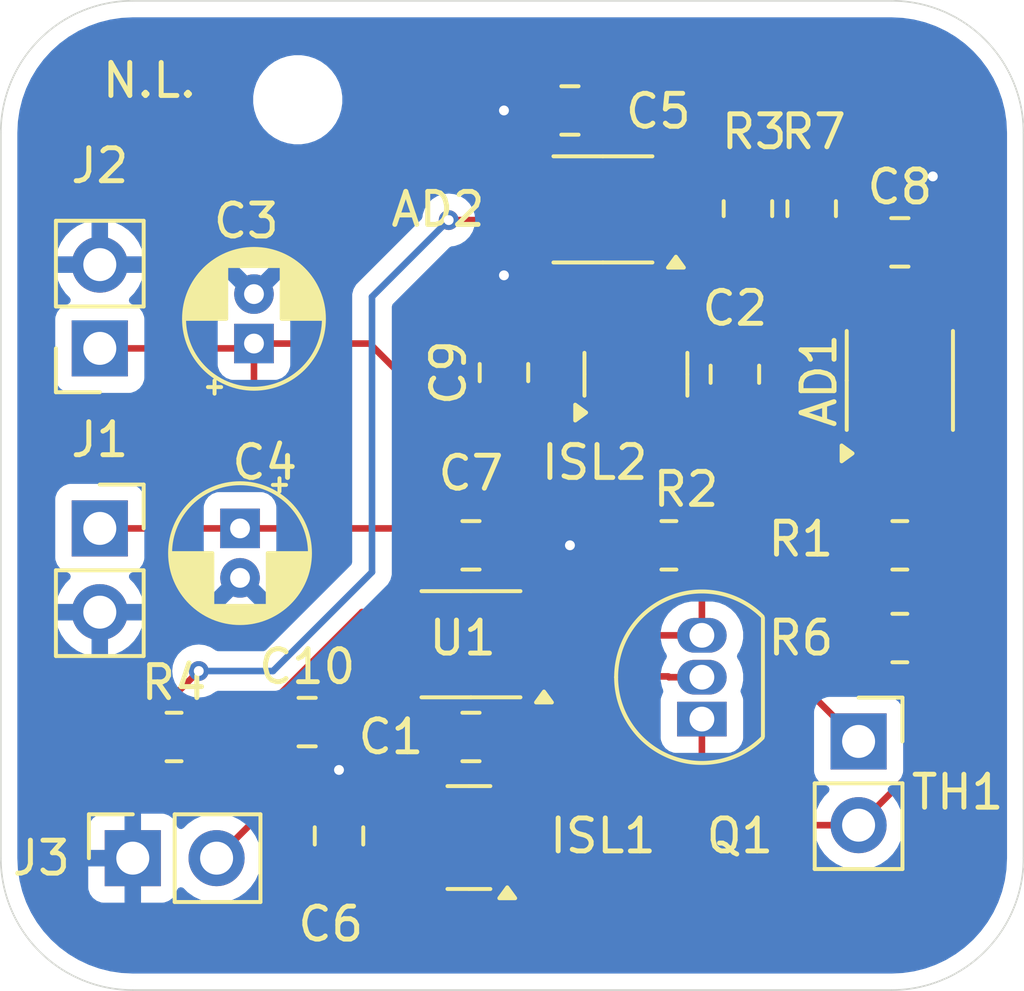
<source format=kicad_pcb>
(kicad_pcb (version 20240108) (generator "pcbnew") (generator_version "8.0")
  (title_block (comment 4 "AISLER Project ID: CPBYOXZN"))
  (layers (0 "F.Cu" signal) (31 "B.Cu" signal) (34 "B.Paste" user) (35 "F.Paste" user) (36 "B.SilkS" user "B.Silkscreen") (37 "F.SilkS" user "F.Silkscreen") (38 "B.Mask" user) (39 "F.Mask" user) (44 "Edge.Cuts" user))
  (net 0 "")
  (net 1 "/-V_s")
  (net 2 "Net-(AD1-Rg-Pad3)")
  (net 3 "+5V")
  (net 4 "GND")
  (net 5 "Net-(AD1-Rg-Pad2)")
  (net 6 "Net-(AD2-+)")
  (net 7 "+3.3V")
  (net 8 "Net-(AD2-Rg-Pad3)")
  (net 9 "Net-(AD2-Rg-Pad2)")
  (net 10 "Net-(Q1-E)")
  (net 11 "Net-(Q1-B)")
  (net 12 "+2.048V")
  (net 13 "+1.024V")
  (net 14 "Net-(R1-Pad1)")
  (net 15 "Net-(R3-Pad1)")
  (net 16 "Net-(AD2-Pad7)")
  (net 17 "Net-(U1B-+)")
  (net 18 "Net-(J3-Pin_2)")
  (footprint "Resistor_SMD:R_0805_2012Metric" (layer "F.Cu") (at 217.250661 76.5125 180)
    (property "Reference" "R1" (at 3 0.1875 360) (layer "F.SilkS"))
    (property "Value" "910")
    (pad "1" smd roundrect (at -0.9125 0 180) (size 1.025 1.4) (layers "F.Cu" "F.Paste" "F.Mask") (roundrect_rratio 0.243902) (net 14 "Net-(R1-Pad1)"))
    (pad "2" smd roundrect (at 0.9125 0 180) (size 1.025 1.4) (layers "F.Cu" "F.Paste" "F.Mask") (roundrect_rratio 0.243902) (net 5 "Net-(AD1-Rg-Pad2)"))
  )
  (footprint "Package_SO:MSOP-8_3x3mm_P0.65mm" (layer "F.Cu") (at 204.250661 79.5125 180)
    (property "Reference" "U1" (at 0.250661 0.1875 0) (layer "F.SilkS"))
    (property "Value" "LTC2055")
    (pad "1" smd roundrect (at -2.1125 -0.975 180) (size 1.625 0.4) (layers "F.Cu" "F.Paste" "F.Mask") (net 11 "Net-(Q1-B)"))
    (pad "2" smd roundrect (at -2.1125 -0.325 180) (size 1.625 0.4) (layers "F.Cu" "F.Paste" "F.Mask") (net 10 "Net-(Q1-E)"))
    (pad "3" smd roundrect (at -2.1125 0.325 180) (size 1.625 0.4) (layers "F.Cu" "F.Paste" "F.Mask") (net 13 "+1.024V"))
    (pad "4" smd roundrect (at -2.1125 0.975 180) (size 1.625 0.4) (layers "F.Cu" "F.Paste" "F.Mask") (net 4 "GND"))
    (pad "5" smd roundrect (at 2.1125 0.975 180) (size 1.625 0.4) (layers "F.Cu" "F.Paste" "F.Mask") (net 17 "Net-(U1B-+)"))
    (pad "6" smd roundrect (at 2.1125 0.325 180) (size 1.625 0.4) (layers "F.Cu" "F.Paste" "F.Mask") (net 18 "Net-(J3-Pin_2)"))
    (pad "7" smd roundrect (at 2.1125 -0.325 180) (size 1.625 0.4) (layers "F.Cu" "F.Paste" "F.Mask") (net 18 "Net-(J3-Pin_2)"))
    (pad "8" smd roundrect (at 2.1125 -0.975 180) (size 1.625 0.4) (layers "F.Cu" "F.Paste" "F.Mask") (net 7 "+3.3V"))
  )
  (footprint "Package_TO_SOT_THT:TO-92_Inline" (layer "F.Cu") (at 211.250661 81.7825 90)
    (property "Reference" "Q1" (at -3.5425 1.151407 180) (layer "F.SilkS"))
    (property "Value" "BC546")
    (pad "1" thru_hole rect (at 0 0 90) (size 1.05 1.5) (drill 0.75) (layers "*.Cu" "*.Mask") (net 1 "/-V_s"))
    (pad "2" thru_hole oval (at 1.27 0 90) (size 1.05 1.5) (drill 0.75) (layers "*.Cu" "*.Mask") (net 11 "Net-(Q1-B)"))
    (pad "3" thru_hole oval (at 2.54 0 90) (size 1.05 1.5) (drill 0.75) (layers "*.Cu" "*.Mask") (net 10 "Net-(Q1-E)"))
  )
  (footprint "Capacitor_SMD:C_0805_2012Metric" (layer "F.Cu") (at 204.250661 82.325 180)
    (property "Reference" "C1" (at 2.425956 0.004803 360) (layer "F.SilkS"))
    (property "Value" "1nF")
    (pad "1" smd roundrect (at -0.95 0 180) (size 1 1.45) (layers "F.Cu" "F.Paste" "F.Mask") (net 13 "+1.024V"))
    (pad "2" smd roundrect (at 0.95 0 180) (size 1 1.45) (layers "F.Cu" "F.Paste" "F.Mask") (net 4 "GND"))
  )
  (footprint "Capacitor_THT:CP_Radial_D4.0mm_P1.50mm" (layer "F.Cu") (at 197.250661 76 -90)
    (property "Reference" "C4" (at -2 -0.749339 0) (layer "F.SilkS"))
    (property "Value" "10uF")
    (pad "1" thru_hole rect (at 0 0 270) (size 1.2 1.2) (drill 0.6) (layers "*.Cu" "*.Mask") (net 7 "+3.3V"))
    (pad "2" thru_hole circle (at 1.5 0 270) (size 1.2 1.2) (drill 0.6) (layers "*.Cu" "*.Mask") (net 4 "GND"))
  )
  (footprint "Capacitor_SMD:C_0805_2012Metric" (layer "F.Cu") (at 212.250661 71.325 90)
    (property "Reference" "C2" (at 2 0 180) (layer "F.SilkS"))
    (property "Value" "1nF")
    (pad "1" smd roundrect (at -0.95 0 90) (size 1 1.45) (layers "F.Cu" "F.Paste" "F.Mask") (net 12 "+2.048V"))
    (pad "2" smd roundrect (at 0.95 0 90) (size 1 1.45) (layers "F.Cu" "F.Paste" "F.Mask") (net 4 "GND"))
  )
  (footprint "Resistor_SMD:R_0805_2012Metric" (layer "F.Cu") (at 217.250661 79.325 180)
    (property "Reference" "R6" (at 3 0 360) (layer "F.SilkS"))
    (property "Value" "62")
    (pad "1" smd roundrect (at -0.9125 0 180) (size 1.025 1.4) (layers "F.Cu" "F.Paste" "F.Mask") (roundrect_rratio 0.243902) (net 14 "Net-(R1-Pad1)"))
    (pad "2" smd roundrect (at 0.9125 0 180) (size 1.025 1.4) (layers "F.Cu" "F.Paste" "F.Mask") (roundrect_rratio 0.243902) (net 2 "Net-(AD1-Rg-Pad3)"))
  )
  (footprint "Package_SO:MSOP-8_3x3mm_P0.65mm" (layer "F.Cu") (at 217.250661 71.5125 90)
    (property "Reference" "AD1" (at 0 -2.45 90) (layer "F.SilkS"))
    (property "Value" "~" (hide yes))
    (pad "1" smd roundrect (at -2.1125 -0.975 90) (size 1.625 0.4) (layers "F.Cu" "F.Paste" "F.Mask") (net 7 "+3.3V"))
    (pad "2" smd roundrect (at -2.1125 -0.325 90) (size 1.625 0.4) (layers "F.Cu" "F.Paste" "F.Mask") (net 5 "Net-(AD1-Rg-Pad2)"))
    (pad "3" smd roundrect (at -2.1125 0.325 90) (size 1.625 0.4) (layers "F.Cu" "F.Paste" "F.Mask") (net 2 "Net-(AD1-Rg-Pad3)"))
    (pad "4" smd roundrect (at -2.1125 0.975 90) (size 1.625 0.4) (layers "F.Cu" "F.Paste" "F.Mask") (net 1 "/-V_s"))
    (pad "5" smd roundrect (at 2.1125 0.975 90) (size 1.625 0.4) (layers "F.Cu" "F.Paste" "F.Mask") (net 4 "GND"))
    (pad "6" smd roundrect (at 2.1125 0.325 90) (size 1.625 0.4) (layers "F.Cu" "F.Paste" "F.Mask") (net 4 "GND"))
    (pad "7" smd roundrect (at 2.1125 -0.325 90) (size 1.625 0.4) (layers "F.Cu" "F.Paste" "F.Mask") (net 6 "Net-(AD2-+)"))
    (pad "8" smd roundrect (at 2.1125 -0.975 90) (size 1.625 0.4) (layers "F.Cu" "F.Paste" "F.Mask") (net 3 "+5V"))
  )
  (footprint "Capacitor_SMD:C_0805_2012Metric" (layer "F.Cu") (at 205.250661 71.275 90)
    (property "Reference" "C9" (at 0 -1.68 90) (layer "F.SilkS"))
    (property "Value" "100nF")
    (pad "1" smd roundrect (at -0.95 0 90) (size 1 1.45) (layers "F.Cu" "F.Paste" "F.Mask") (net 3 "+5V"))
    (pad "2" smd roundrect (at 0.95 0 90) (size 1 1.45) (layers "F.Cu" "F.Paste" "F.Mask") (net 4 "GND"))
  )
  (footprint "Connector_PinSocket_2.54mm:PinSocket_1x02_P2.54mm_Vertical" (layer "F.Cu") (at 193 70.54 180)
    (property "Reference" "J1" (at 0 -2.77 360) (layer "F.SilkS"))
    (property "Value" "Conn_01x02_Pin" (hide yes))
    (pad "1" thru_hole rect (at 0 0 180) (size 1.7 1.7) (drill 1) (layers "*.Cu" "*.Mask") (net 3 "+5V"))
    (pad "2" thru_hole oval (at 0 2.54 180) (size 1.7 1.7) (drill 1) (layers "*.Cu" "*.Mask") (net 4 "GND"))
  )
  (footprint "Capacitor_SMD:C_0805_2012Metric" (layer "F.Cu") (at 217.250661 67.325)
    (property "Reference" "C8" (at 0 -1.68 0) (layer "F.SilkS"))
    (property "Value" "100nF")
    (pad "1" smd roundrect (at -0.95 0) (size 1 1.45) (layers "F.Cu" "F.Paste" "F.Mask") (net 3 "+5V"))
    (pad "2" smd roundrect (at 0.95 0) (size 1 1.45) (layers "F.Cu" "F.Paste" "F.Mask") (net 4 "GND"))
  )
  (footprint "MountingHole:MountingHole_2.2mm_M2" (layer "F.Cu") (at 199 63)
    (property "Reference" "REF**" (hide yes))
    (property "Value" "MountingHole_2.2mm_M2" (hide yes))
    (pad "" np_thru_hole circle (at 0 0) (size 2.2 2.2) (drill 2.2) (layers "*.Cu" "*.Mask"))
  )
  (footprint "Package_TO_SOT_SMD:SOT-23" (layer "F.Cu") (at 209.250661 71.325 90)
    (property "Reference" "ISL2" (at -2.675 -1.250661 180) (layer "F.SilkS"))
    (property "Value" "2.048")
    (pad "1" smd roundrect (at -0.9375 -0.95 90) (size 1.475 0.6) (layers "F.Cu" "F.Paste" "F.Mask") (net 3 "+5V"))
    (pad "2" smd roundrect (at -0.9375 0.95 90) (size 1.475 0.6) (layers "F.Cu" "F.Paste" "F.Mask") (net 12 "+2.048V"))
    (pad "3" smd roundrect (at 0.9375 0 90) (size 1.475 0.6) (layers "F.Cu" "F.Paste" "F.Mask") (net 4 "GND"))
  )
  (footprint "Connector_PinSocket_2.54mm:PinSocket_1x02_P2.54mm_Vertical" (layer "F.Cu") (at 216 82.46)
    (property "Reference" "TH1" (at 3 1.54 0) (layer "F.SilkS"))
    (property "Value" "PT1000")
    (pad "1" thru_hole rect (at 0 0) (size 1.7 1.7) (drill 1) (layers "*.Cu" "*.Mask") (net 7 "+3.3V"))
    (pad "2" thru_hole oval (at 0 2.54) (size 1.7 1.7) (drill 1) (layers "*.Cu" "*.Mask") (net 1 "/-V_s"))
  )
  (footprint "Capacitor_THT:CP_Radial_D4.0mm_P1.50mm" (layer "F.Cu") (at 197.673441 70.393902 90)
    (property "Reference" "C3" (at 3.716885 -0.233783 180) (layer "F.SilkS"))
    (property "Value" "10uF")
    (pad "1" thru_hole rect (at 0 0 90) (size 1.2 1.2) (drill 0.6) (layers "*.Cu" "*.Mask") (net 3 "+5V"))
    (pad "2" thru_hole circle (at 1.5 0 90) (size 1.2 1.2) (drill 0.6) (layers "*.Cu" "*.Mask") (net 4 "GND"))
  )
  (footprint "Capacitor_SMD:C_0805_2012Metric" (layer "F.Cu") (at 199.285394 81.873358)
    (property "Reference" "C10" (at 0 -1.68 0) (layer "F.SilkS"))
    (property "Value" "100nF")
    (pad "1" smd roundrect (at -0.95 0) (size 1 1.45) (layers "F.Cu" "F.Paste" "F.Mask") (net 17 "Net-(U1B-+)"))
    (pad "2" smd roundrect (at 0.95 0) (size 1 1.45) (layers "F.Cu" "F.Paste" "F.Mask") (net 4 "GND"))
  )
  (footprint "Package_SO:MSOP-8_3x3mm_P0.65mm" (layer "F.Cu") (at 208.250661 66.325 180)
    (property "Reference" "AD2" (at 5 0 0) (layer "F.SilkS"))
    (property "Value" "~" (hide yes))
    (pad "1" smd roundrect (at -2.1125 -0.975 180) (size 1.625 0.4) (layers "F.Cu" "F.Paste" "F.Mask") (net 12 "+2.048V"))
    (pad "2" smd roundrect (at -2.1125 -0.325 180) (size 1.625 0.4) (layers "F.Cu" "F.Paste" "F.Mask") (net 9 "Net-(AD2-Rg-Pad2)"))
    (pad "3" smd roundrect (at -2.1125 0.325 180) (size 1.625 0.4) (layers "F.Cu" "F.Paste" "F.Mask") (net 8 "Net-(AD2-Rg-Pad3)"))
    (pad "4" smd roundrect (at -2.1125 0.975 180) (size 1.625 0.4) (layers "F.Cu" "F.Paste" "F.Mask") (net 6 "Net-(AD2-+)"))
    (pad "5" smd roundrect (at 2.1125 0.975 180) (size 1.625 0.4) (layers "F.Cu" "F.Paste" "F.Mask") (net 4 "GND"))
    (pad "6" smd roundrect (at 2.1125 0.325 180) (size 1.625 0.4) (layers "F.Cu" "F.Paste" "F.Mask") (net 4 "GND"))
    (pad "7" smd roundrect (at 2.1125 -0.325 180) (size 1.625 0.4) (layers "F.Cu" "F.Paste" "F.Mask") (net 16 "Net-(AD2-Pad7)"))
    (pad "8" smd roundrect (at 2.1125 -0.975 180) (size 1.625 0.4) (layers "F.Cu" "F.Paste" "F.Mask") (net 3 "+5V"))
  )
  (footprint "Resistor_SMD:R_0805_2012Metric" (layer "F.Cu") (at 214.578025 66.301735 -90)
    (property "Reference" "R7" (at -2.33096 -0.055448 360) (layer "F.SilkS"))
    (property "Value" "510")
    (pad "1" smd roundrect (at -0.9125 0 270) (size 1.025 1.4) (layers "F.Cu" "F.Paste" "F.Mask") (roundrect_rratio 0.243902) (net 15 "Net-(R3-Pad1)"))
    (pad "2" smd roundrect (at 0.9125 0 270) (size 1.025 1.4) (layers "F.Cu" "F.Paste" "F.Mask") (roundrect_rratio 0.243902) (net 8 "Net-(AD2-Rg-Pad3)"))
  )
  (footprint "Resistor_SMD:R_0805_2012Metric" (layer "F.Cu") (at 212.645987 66.301735 -90)
    (property "Reference" "R3" (at -2.33096 -0.191406 360) (layer "F.SilkS"))
    (property "Value" "16k")
    (pad "1" smd roundrect (at -0.9125 0 270) (size 1.025 1.4) (layers "F.Cu" "F.Paste" "F.Mask") (roundrect_rratio 0.243902) (net 15 "Net-(R3-Pad1)"))
    (pad "2" smd roundrect (at 0.9125 0 270) (size 1.025 1.4) (layers "F.Cu" "F.Paste" "F.Mask") (roundrect_rratio 0.243902) (net 9 "Net-(AD2-Rg-Pad2)"))
  )
  (footprint "Capacitor_SMD:C_0805_2012Metric" (layer "F.Cu") (at 207.250661 63.325 180)
    (property "Reference" "C5" (at -2.67881 -0.025067 360) (layer "F.SilkS"))
    (property "Value" "100nf")
    (pad "1" smd roundrect (at -0.95 0 180) (size 1 1.45) (layers "F.Cu" "F.Paste" "F.Mask") (net 3 "+5V"))
    (pad "2" smd roundrect (at 0.95 0 180) (size 1 1.45) (layers "F.Cu" "F.Paste" "F.Mask") (net 4 "GND"))
  )
  (footprint "Resistor_SMD:R_0805_2012Metric" (layer "F.Cu") (at 195.250661 82.325)
    (property "Reference" "R4" (at 0 -1.65 0) (layer "F.SilkS"))
    (property "Value" "160K")
    (pad "1" smd roundrect (at -0.9125 0) (size 1.025 1.4) (layers "F.Cu" "F.Paste" "F.Mask") (roundrect_rratio 0.243902) (net 16 "Net-(AD2-Pad7)"))
    (pad "2" smd roundrect (at 0.9125 0) (size 1.025 1.4) (layers "F.Cu" "F.Paste" "F.Mask") (roundrect_rratio 0.243902) (net 17 "Net-(U1B-+)"))
  )
  (footprint "Connector_PinSocket_2.54mm:PinSocket_1x02_P2.54mm_Vertical" (layer "F.Cu") (at 194 86 90)
    (property "Reference" "J3" (at 0 -2.77 180) (layer "F.SilkS"))
    (property "Value" "Conn_01x02_Pin" (hide yes))
    (pad "1" thru_hole rect (at 0 0 90) (size 1.7 1.7) (drill 1) (layers "*.Cu" "*.Mask") (net 4 "GND"))
    (pad "2" thru_hole oval (at 0 2.54 90) (size 1.7 1.7) (drill 1) (layers "*.Cu" "*.Mask") (net 18 "Net-(J3-Pin_2)"))
  )
  (footprint "Capacitor_SMD:C_0805_2012Metric" (layer "F.Cu") (at 200.250661 85.325 90)
    (property "Reference" "C6" (at -2.675 -0.250661 180) (layer "F.SilkS"))
    (property "Value" "100nF")
    (pad "1" smd roundrect (at -0.95 0 90) (size 1 1.45) (layers "F.Cu" "F.Paste" "F.Mask") (net 3 "+5V"))
    (pad "2" smd roundrect (at 0.95 0 90) (size 1 1.45) (layers "F.Cu" "F.Paste" "F.Mask") (net 4 "GND"))
  )
  (footprint "Connector_PinSocket_2.54mm:PinSocket_1x02_P2.54mm_Vertical" (layer "F.Cu") (at 193 76)
    (property "Reference" "J2" (at 0 -11 0) (layer "F.SilkS"))
    (property "Value" "Conn_01x02_Pin" (hide yes))
    (pad "1" thru_hole rect (at 0 0) (size 1.7 1.7) (drill 1) (layers "*.Cu" "*.Mask") (net 7 "+3.3V"))
    (pad "2" thru_hole oval (at 0 2.54) (size 1.7 1.7) (drill 1) (layers "*.Cu" "*.Mask") (net 4 "GND"))
  )
  (footprint "Resistor_SMD:R_0805_2012Metric" (layer "F.Cu") (at 210.250661 76.5125 180)
    (property "Reference" "R2" (at -0.517375 1.697445 360) (layer "F.SilkS"))
    (property "Value" "24k")
    (pad "1" smd roundrect (at -0.9125 0 180) (size 1.025 1.4) (layers "F.Cu" "F.Paste" "F.Mask") (roundrect_rratio 0.243902) (net 10 "Net-(Q1-E)"))
    (pad "2" smd roundrect (at 0.9125 0 180) (size 1.025 1.4) (layers "F.Cu" "F.Paste" "F.Mask") (roundrect_rratio 0.243902) (net 4 "GND"))
  )
  (footprint "Capacitor_SMD:C_0805_2012Metric" (layer "F.Cu") (at 204.250661 76.5125)
    (property "Reference" "C7" (at 0 -2.1875 360) (layer "F.SilkS"))
    (property "Value" "100nF")
    (pad "1" smd roundrect (at -0.95 0) (size 1 1.45) (layers "F.Cu" "F.Paste" "F.Mask") (net 7 "+3.3V"))
    (pad "2" smd roundrect (at 0.95 0) (size 1 1.45) (layers "F.Cu" "F.Paste" "F.Mask") (net 4 "GND"))
  )
  (footprint "Package_TO_SOT_SMD:SOT-23" (layer "F.Cu") (at 204.188161 85.375 180)
    (property "Reference" "ISL1" (at -4.0625 0.05 360) (layer "F.SilkS"))
    (property "Value" "1.024")
    (pad "1" smd roundrect (at -0.9375 -0.95 180) (size 1.475 0.6) (layers "F.Cu" "F.Paste" "F.Mask") (net 3 "+5V"))
    (pad "2" smd roundrect (at -0.9375 0.95 180) (size 1.475 0.6) (layers "F.Cu" "F.Paste" "F.Mask") (net 13 "+1.024V"))
    (pad "3" smd roundrect (at 0.9375 0 180) (size 1.475 0.6) (layers "F.Cu" "F.Paste" "F.Mask") (net 4 "GND"))
  )
  (gr_line (start 221 86) (end 221 64) (stroke (width 0.05)) (layer "Edge.Cuts"))
  (gr_arc (start 190 64) (mid 191.171573 61.171573) (end 194 60) (stroke (width 0.05)) (layer "Edge.Cuts"))
  (gr_arc (start 221 86) (mid 219.828427 88.828427) (end 217 90) (stroke (width 0.05)) (layer "Edge.Cuts"))
  (gr_arc (start 217 60) (mid 219.828427 61.171573) (end 221 64) (stroke (width 0.05)) (layer "Edge.Cuts"))
  (gr_line (start 190 64) (end 190 86) (stroke (width 0.05)) (layer "Edge.Cuts"))
  (gr_line (start 217 60) (end 194 60) (stroke (width 0.05)) (layer "Edge.Cuts"))
  (gr_arc (start 194 90) (mid 191.171573 88.828427) (end 190 86) (stroke (width 0.05)) (layer "Edge.Cuts"))
  (gr_line (start 194 90) (end 217 90) (stroke (width 0.05)) (layer "Edge.Cuts"))
  (gr_text "N.L." (at 193 63 0) (layer "F.SilkS") (effects (font (size 1 1)) (justify left bottom)))
  (segment (start 213 85) (end 216 85) (width 0.2) (layer "F.Cu") (net 1))
  (segment (start 218.225661 73.625) (end 219.650661 75.05) (width 0.2) (layer "F.Cu") (net 1))
  (segment (start 219.650661 81.349339) (end 216 85) (width 0.2) (layer "F.Cu") (net 1))
  (segment (start 219.650661 75.05) (end 219.650661 81.349339) (width 0.2) (layer "F.Cu") (net 1))
  (segment (start 211.250661 83.250661) (end 213 85) (width 0.2) (layer "F.Cu") (net 1))
  (segment (start 211.250661 81.7825) (end 211.250661 83.250661) (width 0.2) (layer "F.Cu") (net 1))
  (segment (start 218.250661 75.325) (end 217.575661 74.65) (width 0.2) (layer "F.Cu") (net 2))
  (segment (start 218.472905 75.325) (end 218.250661 75.325) (width 0.2) (layer "F.Cu") (net 2))
  (segment (start 216.570887 80.645226) (end 218.635307 80.645226) (width 0.2) (layer "F.Cu") (net 2))
  (segment (start 217.575661 74.65) (end 217.575661 73.625) (width 0.2) (layer "F.Cu") (net 2))
  (segment (start 218.635307 80.645226) (end 219.250661 80.029872) (width 0.2) (layer "F.Cu") (net 2))
  (segment (start 216.338161 80.4125) (end 216.570887 80.645226) (width 0.2) (layer "F.Cu") (net 2))
  (segment (start 219.250661 76.102756) (end 218.472905 75.325) (width 0.2) (layer "F.Cu") (net 2))
  (segment (start 219.250661 80.029872) (end 219.250661 76.102756) (width 0.2) (layer "F.Cu") (net 2))
  (segment (start 216.338161 79.325) (end 216.338161 80.4125) (width 0.2) (layer "F.Cu") (net 2))
  (segment (start 208.263161 72.225) (end 208.300661 72.2625) (width 0.2) (layer "F.Cu") (net 3))
  (segment (start 191.250661 86.325) (end 191.250661 74.749339) (width 0.2) (layer "F.Cu") (net 3))
  (segment (start 201.181759 70.393902) (end 200 70.393902) (width 0.2) (layer "F.Cu") (net 3))
  (segment (start 192 74) (end 196 74) (width 0.2) (layer "F.Cu") (net 3))
  (segment (start 200 70.393902) (end 197.673441 70.393902) (width 0.2) (layer "F.Cu") (net 3))
  (segment (start 205.125661 86.325) (end 200.300661 86.325) (width 0.2) (layer "F.Cu") (net 3))
  (segment (start 200 66) (end 204 62) (width 0.2) (layer "F.Cu") (net 3))
  (segment (start 191.250661 74.749339) (end 192 74) (width 0.2) (layer "F.Cu") (net 3))
  (segment (start 213.250661 73.325) (end 214.775661 71.8) (width 0.2) (layer "F.Cu") (net 3))
  (segment (start 200.250661 86.749339) (end 198 89) (width 0.2) (layer "F.Cu") (net 3))
  (segment (start 193 70.54) (end 197.527343 70.54) (width 0.2) (layer "F.Cu") (net 3))
  (segment (start 200 70.393902) (end 200 66) (width 0.2) (layer "F.Cu") (net 3))
  (segment (start 208 63.124339) (end 208.200661 63.325) (width 0.2) (layer "F.Cu") (net 3))
  (segment (start 208.200661 66.049999) (end 206.95066 67.3) (width 0.2) (layer "F.Cu") (net 3))
  (segment (start 197.673441 72.326559) (end 197.673441 70.393902) (width 0.2) (layer "F.Cu") (net 3))
  (segment (start 214.775661 71.8) (end 214.775661 68.8) (width 0.2) (layer "F.Cu") (net 3))
  (segment (start 209.363161 73.325) (end 213.250661 73.325) (width 0.2) (layer "F.Cu") (net 3))
  (segment (start 208.200661 63.325) (end 208.200661 66.049999) (width 0.2) (layer "F.Cu") (net 3))
  (segment (start 203.012857 72.225) (end 201.181759 70.393902) (width 0.2) (layer "F.Cu") (net 3))
  (segment (start 193.925661 89) (end 191.250661 86.325) (width 0.2) (layer "F.Cu") (net 3))
  (segment (start 197.527343 70.54) (end 197.673441 70.393902) (width 0.2) (layer "F.Cu") (net 3))
  (segment (start 216.275661 69.4) (end 216.275661 67.35) (width 0.2) (layer "F.Cu") (net 3))
  (segment (start 205.250661 72.225) (end 208.263161 72.225) (width 0.2) (layer "F.Cu") (net 3))
  (segment (start 200.250661 86.275) (end 200.250661 86.749339) (width 0.2) (layer "F.Cu") (net 3))
  (segment (start 208.200661 62.200661) (end 208 62) (width 0.2) (layer "F.Cu") (net 3))
  (segment (start 208.200661 63.325) (end 208.200661 62.200661) (width 0.2) (layer "F.Cu") (net 3))
  (segment (start 200.300661 86.325) (end 200.250661 86.275) (width 0.2) (layer "F.Cu") (net 3))
  (segment (start 198 89) (end 193.925661 89) (width 0.2) (layer "F.Cu") (net 3))
  (segment (start 216.275661 67.35) (end 216.300661 67.325) (width 0.2) (layer "F.Cu") (net 3))
  (segment (start 214.775661 68.8) (end 216.250661 67.325) (width 0.2) (layer "F.Cu") (net 3))
  (segment (start 208 62) (end 204 62) (width 0.2) (layer "F.Cu") (net 3))
  (segment (start 205.250661 72.225) (end 203.012857 72.225) (width 0.2) (layer "F.Cu") (net 3))
  (segment (start 196 74) (end 197.673441 72.326559) (width 0.2) (layer "F.Cu") (net 3))
  (segment (start 208.300661 72.2625) (end 209.363161 73.325) (width 0.2) (layer "F.Cu") (net 3))
  (segment (start 216.250661 67.325) (end 216.300661 67.325) (width 0.2) (layer "F.Cu") (net 3))
  (segment (start 200.250661 83.325) (end 200.250661 84.375) (width 0.2) (layer "F.Cu") (net 4))
  (segment (start 218.225661 69.4) (end 218.225661 67.35) (width 0.2) (layer "F.Cu") (net 4))
  (segment (start 212.238161 70.3875) (end 212.250661 70.375) (width 0.2) (layer "F.Cu") (net 4))
  (segment (start 203.300661 82.325) (end 203.300661 80.869044) (width 0.2) (layer "F.Cu") (net 4))
  (segment (start 203.300661 80.869044) (end 205.632205 78.5375) (width 0.2) (layer "F.Cu") (net 4))
  (segment (start 207.250661 77.65) (end 207.250661 76.5125) (width 0.2) (layer "F.Cu") (net 4))
  (segment (start 206.363161 78.5375) (end 207.250661 77.65) (width 0.2) (layer "F.Cu") (net 4))
  (segment (start 217.575661 69.4) (end 218.225661 69.4) (width 0.2) (layer "F.Cu") (net 4))
  (segment (start 200.235394 81.873358) (end 200.235394 83.309733) (width 0.2) (layer "F.Cu") (net 4))
  (segment (start 205.250661 70.325) (end 209.188161 70.325) (width 0.2) (layer "F.Cu") (net 4))
  (segment (start 218.225661 67.35) (end 218.200661 67.325) (width 0.2) (layer "F.Cu") (net 4))
  (segment (start 209.338161 76.5125) (end 207.250661 76.5125) (width 0.2) (layer "F.Cu") (net 4))
  (segment (start 209.274285 70.363876) (end 209.250661 70.3875) (width 0.2) (layer "F.Cu") (net 4))
  (segment (start 218.200661 65.375) (end 218.250661 65.325) (width 0.2) (layer "F.Cu") (net 4))
  (segment (start 206.138161 63.4875) (end 206.300661 63.325) (width 0.2) (layer "F.Cu") (net 4))
  (segment (start 218.200661 67.325) (end 218.200661 65.375) (width 0.2) (layer "F.Cu") (net 4))
  (segment (start 209.250661 70.3875) (end 212.238161 70.3875) (width 0.2) (layer "F.Cu") (net 4))
  (segment (start 203.300661 82.325) (end 203.300661 85.325) (width 0.2) (layer "F.Cu") (net 4))
  (segment (start 205.250661 63.325) (end 206.300661 63.325) (width 0.2) (layer "F.Cu") (net 4))
  (segment (start 209.188161 70.325) (end 209.250661 70.3875) (width 0.2) (layer "F.Cu") (net 4))
  (segment (start 205.250661 70.325) (end 205.250661 68.325) (width 0.2) (layer "F.Cu") (net 4))
  (segment (start 205.632205 78.5375) (end 206.363161 78.5375) (width 0.2) (layer "F.Cu") (net 4))
  (segment (start 201.250661 85.375) (end 200.250661 84.375) (width 0.2) (layer "F.Cu") (net 4))
  (segment (start 205.200661 76.5125) (end 207.250661 76.5125) (width 0.2) (layer "F.Cu") (net 4))
  (segment (start 200.235394 83.309733) (end 200.250661 83.325) (width 0.2) (layer "F.Cu") (net 4))
  (segment (start 203.250661 85.375) (end 201.250661 85.375) (width 0.2) (layer "F.Cu") (net 4))
  (segment (start 206.113161 65.325) (end 206.138161 65.35) (width 0.2) (layer "F.Cu") (net 4))
  (segment (start 203.300661 85.325) (end 203.250661 85.375) (width 0.2) (layer "F.Cu") (net 4))
  (segment (start 206.138161 65.35) (end 206.138161 66) (width 0.2) (layer "F.Cu") (net 4))
  (segment (start 206.138161 65.35) (end 206.138161 63.4875) (width 0.2) (layer "F.Cu") (net 4))
  (via (at 205.250661 68.325) (size 0.6) (drill 0.3) (layers "F.Cu" "B.Cu") (net 4))
  (via (at 200.250661 83.325) (size 0.6) (drill 0.3) (layers "F.Cu" "B.Cu") (net 4))
  (via (at 218.250661 65.325) (size 0.6) (drill 0.3) (layers "F.Cu" "B.Cu") (net 4))
  (via (at 207.250661 76.5125) (size 0.6) (drill 0.3) (layers "F.Cu" "B.Cu") (net 4))
  (via (at 205.250661 63.325) (size 0.6) (drill 0.3) (layers "F.Cu" "B.Cu") (net 4))
  (segment (start 216.925661 73.625) (end 216.925661 75.925) (width 0.2) (layer "F.Cu") (net 5))
  (segment (start 216.925661 75.925) (end 216.338161 76.5125) (width 0.2) (layer "F.Cu") (net 5))
  (segment (start 216.925661 69.4) (end 216.925661 68.587501) (width 0.2) (layer "F.Cu") (net 6))
  (segment (start 217.100661 68.412501) (end 217.100661 64.615256) (width 0.2) (layer "F.Cu") (net 6))
  (segment (start 217.100661 64.615256) (end 216.785405 64.3) (width 0.2) (layer "F.Cu") (net 6))
  (segment (start 216.785405 64.3) (end 211.413161 64.3) (width 0.2) (layer "F.Cu") (net 6))
  (segment (start 211.413161 64.3) (end 210.363161 65.35) (width 0.2) (layer "F.Cu") (net 6))
  (segment (start 216.925661 68.587501) (end 217.100661 68.412501) (width 0.2) (layer "F.Cu") (net 6))
  (segment (start 203.300661 76.5125) (end 202.788161 76) (width 0.2) (layer "F.Cu") (net 7))
  (segment (start 204.325661 75.481512) (end 205.516677 74.290496) (width 0.2) (layer "F.Cu") (net 7))
  (segment (start 216 82.46) (end 214.120661 80.580661) (width 0.2) (layer "F.Cu") (net 7))
  (segment (start 204.325661 75.4875) (end 204.325661 75.481512) (width 0.2) (layer "F.Cu") (net 7))
  (segment (start 202.138161 80.4875) (end 202.95066 80.4875) (width 0.2) (layer "F.Cu") (net 7))
  (segment (start 193 76) (end 197.250661 76) (width 0.2) (layer "F.Cu") (net 7))
  (segment (start 205.516677 74.290496) (end 211.768657 74.290496) (width 0.2) (layer "F.Cu") (net 7))
  (segment (start 214.120661 76.6425) (end 216.275661 74.4875) (width 0.2) (layer "F.Cu") (net 7))
  (segment (start 202.95066 80.4875) (end 203.300661 80.137499) (width 0.2) (layer "F.Cu") (net 7))
  (segment (start 214.120661 80.580661) (end 214.120661 76.6425) (width 0.2) (layer "F.Cu") (net 7))
  (segment (start 211.768657 74.290496) (end 214.120661 76.6425) (width 0.2) (layer "F.Cu") (net 7))
  (segment (start 203.300661 80.137499) (end 203.300661 76.5125) (width 0.2) (layer "F.Cu") (net 7))
  (segment (start 203.300661 76.5125) (end 204.325661 75.4875) (width 0.2) (layer "F.Cu") (net 7))
  (segment (start 202.788161 76) (end 197.250661 76) (width 0.2) (layer "F.Cu") (net 7))
  (segment (start 216.275661 74.4875) (end 216.275661 73.625) (width 0.2) (layer "F.Cu") (net 7))
  (segment (start 213.61379 66.25) (end 211.42566 66.25) (width 0.2) (layer "F.Cu") (net 8))
  (segment (start 211.17566 66) (end 211.42566 66.25) (width 0.2) (layer "F.Cu") (net 8))
  (segment (start 214.578025 67.214235) (end 213.61379 66.25) (width 0.2) (layer "F.Cu") (net 8))
  (segment (start 210.363161 66) (end 211.17566 66) (width 0.2) (layer "F.Cu") (net 8))
  (segment (start 214.578025 67.214235) (end 214.470987 67.214235) (width 0.2) (layer "F.Cu") (net 8))
  (segment (start 212.081752 66.65) (end 210.363161 66.65) (width 0.2) (layer "F.Cu") (net 9))
  (segment (start 212.645987 67.214235) (end 212.081752 66.65) (width 0.2) (layer "F.Cu") (net 9))
  (segment (start 209.520661 79.2425) (end 211.250661 79.2425) (width 0.2) (layer "F.Cu") (net 10))
  (segment (start 211.250661 76.6) (end 211.163161 76.5125) (width 0.2) (layer "F.Cu") (net 10))
  (segment (start 211.250661 79.2425) (end 211.250661 76.6) (width 0.2) (layer "F.Cu") (net 10))
  (segment (start 206.363161 79.8375) (end 208.925661 79.8375) (width 0.2) (layer "F.Cu") (net 10))
  (segment (start 208.925661 79.8375) (end 209.520661 79.2425) (width 0.2) (layer "F.Cu") (net 10))
  (segment (start 210.225661 80.4875) (end 206.363161 80.4875) (width 0.2) (layer "F.Cu") (net 11))
  (segment (start 211.250661 80.5125) (end 210.250661 80.5125) (width 0.2) (layer "F.Cu") (net 11))
  (segment (start 210.250661 80.5125) (end 210.225661 80.4875) (width 0.2) (layer "F.Cu") (net 11))
  (segment (start 210.363161 67.3) (end 210.794411 67.3) (width 0.2) (layer "F.Cu") (net 12))
  (segment (start 210.200661 72.2625) (end 210.313161 72.2625) (width 0.2) (layer "F.Cu") (net 12))
  (segment (start 212.250661 72.275) (end 210.213161 72.275) (width 0.2) (layer "F.Cu") (net 12))
  (segment (start 212.795669 68.74003) (end 211.803191 68.74003) (width 0.2) (layer "F.Cu") (net 12))
  (segment (start 210.213161 72.275) (end 210.200661 72.2625) (width 0.2) (layer "F.Cu") (net 12))
  (segment (start 212.250661 72.275) (end 213.300661 72.275) (width 0.2) (layer "F.Cu") (net 12))
  (segment (start 213.300661 72.275) (end 213.692734 71.882927) (width 0.2) (layer "F.Cu") (net 12))
  (segment (start 213.692734 71.882927) (end 213.692734 69.637095) (width 0.2) (layer "F.Cu") (net 12))
  (segment (start 213.692734 69.637095) (end 212.795669 68.74003) (width 0.2) (layer "F.Cu") (net 12))
  (segment (start 211.803191 68.74003) (end 210.363161 67.3) (width 0.2) (layer "F.Cu") (net 12))
  (segment (start 205.200661 79.537501) (end 205.550662 79.1875) (width 0.2) (layer "F.Cu") (net 13))
  (segment (start 205.125661 82.4) (end 205.200661 82.325) (width 0.2) (layer "F.Cu") (net 13))
  (segment (start 205.200661 82.325) (end 205.200661 79.537501) (width 0.2) (layer "F.Cu") (net 13))
  (segment (start 205.125661 84.425) (end 205.125661 82.4) (width 0.2) (layer "F.Cu") (net 13))
  (segment (start 205.550662 79.1875) (end 206.363161 79.1875) (width 0.2) (layer "F.Cu") (net 13))
  (segment (start 218.163161 76.5125) (end 218.163161 79.325) (width 0.2) (layer "F.Cu") (net 14))
  (segment (start 212.645987 65.389235) (end 214.578025 65.389235) (width 0.2) (layer "F.Cu") (net 15))
  (segment (start 194.338161 81.986839) (end 194.338161 82.325) (width 0.2) (layer "F.Cu") (net 16))
  (segment (start 196 80.325) (end 194.338161 81.986839) (width 0.2) (layer "F.Cu") (net 16))
  (segment (start 206.138161 66.65) (end 203.575661 66.65) (width 0.2) (layer "F.Cu") (net 16))
  (via (at 203.575661 66.65) (size 0.6) (drill 0.3) (layers "F.Cu" "B.Cu") (net 16))
  (via (at 196 80.325) (size 0.6) (drill 0.3) (layers "F.Cu" "B.Cu") (net 16))
  (segment (start 198.250661 80.325) (end 201.250661 77.325) (width 0.2) (layer "B.Cu") (net 16))
  (segment (start 201.250661 68.975) (end 203.575661 66.65) (width 0.2) (layer "B.Cu") (net 16))
  (segment (start 196 80.325) (end 198.250661 80.325) (width 0.2) (layer "B.Cu") (net 16))
  (segment (start 201.250661 77.325) (end 201.250661 68.975) (width 0.2) (layer "B.Cu") (net 16))
  (segment (start 198.335394 81.873358) (end 198.335394 81.148358) (width 0.2) (layer "F.Cu") (net 17))
  (segment (start 198.335394 81.148358) (end 200.946252 78.5375) (width 0.2) (layer "F.Cu") (net 17))
  (segment (start 196.163161 82.325) (end 197.883752 82.325) (width 0.2) (layer "F.Cu") (net 17))
  (segment (start 200.946252 78.5375) (end 202.138161 78.5375) (width 0.2) (layer "F.Cu") (net 17))
  (segment (start 197.883752 82.325) (end 198.335394 81.873358) (width 0.2) (layer "F.Cu") (net 17))
  (segment (start 202.138161 79.1875) (end 202.138161 79.8375) (width 0.2) (layer "F.Cu") (net 18))
  (segment (start 202.138161 79.8375) (end 200.400579 79.8375) (width 0.2) (layer "F.Cu") (net 18))
  (segment (start 199.135394 83.404606) (end 196.54 86) (width 0.2) (layer "F.Cu") (net 18))
  (segment (start 199.135394 81.102685) (end 199.135394 83.404606) (width 0.2) (layer "F.Cu") (net 18))
  (segment (start 200.400579 79.8375) (end 199.135394 81.102685) (width 0.2) (layer "F.Cu") (net 18))
  (zone (net 4) (net_name "GND") (layer "B.Cu") (connect_pads (clearance 0.5)) (min_thickness 0.25) (fill yes (thermal_gap 0.5) (thermal_bridge_width 0.5))
    (polygon (pts (xy 221 60) (xy 190 60) (xy 190 90) (xy 221 90)))
  )
)
</source>
